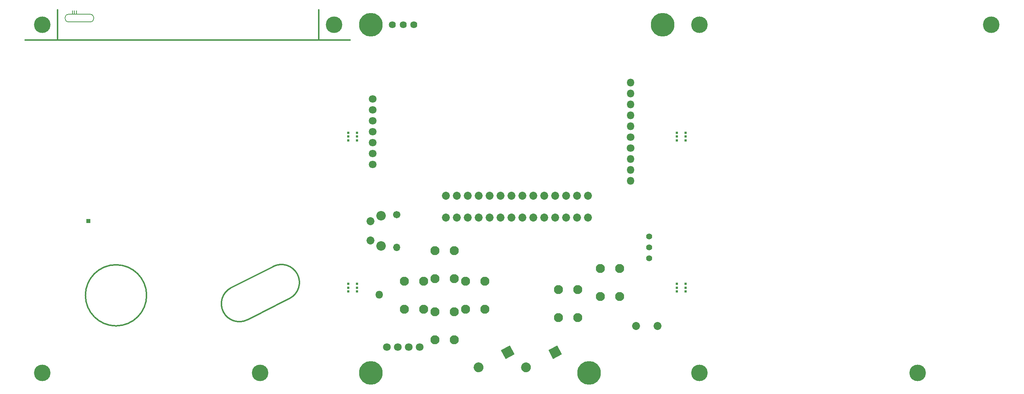
<source format=gbr>
G04 #@! TF.GenerationSoftware,KiCad,Pcbnew,(5.1.9-0-10_14)*
G04 #@! TF.CreationDate,2021-07-11T20:43:09-07:00*
G04 #@! TF.ProjectId,system,73797374-656d-42e6-9b69-6361645f7063,1.0-dev6*
G04 #@! TF.SameCoordinates,Original*
G04 #@! TF.FileFunction,Soldermask,Top*
G04 #@! TF.FilePolarity,Negative*
%FSLAX46Y46*%
G04 Gerber Fmt 4.6, Leading zero omitted, Abs format (unit mm)*
G04 Created by KiCad (PCBNEW (5.1.9-0-10_14)) date 2021-07-11 20:43:09*
%MOMM*%
%LPD*%
G01*
G04 APERTURE LIST*
%ADD10C,0.300000*%
%ADD11C,0.150000*%
%ADD12C,0.100000*%
%ADD13O,1.801600X1.801600*%
%ADD14C,1.801600*%
%ADD15C,1.851600*%
%ADD16C,2.101600*%
%ADD17C,3.851600*%
%ADD18C,1.401600*%
%ADD19C,0.609600*%
%ADD20C,5.501599*%
%ADD21C,5.501600*%
%ADD22C,1.701600*%
%ADD23O,1.701600X1.701600*%
%ADD24C,1.625600*%
%ADD25C,2.201600*%
G04 APERTURE END LIST*
D10*
X77141378Y-138760262D02*
G75*
G02*
X73281622Y-131345738I-1929878J3707262D01*
G01*
X83060622Y-126392738D02*
G75*
G02*
X86920378Y-133807262I1929878J-3707262D01*
G01*
X86920378Y-133807262D02*
X77141378Y-138760262D01*
X83060622Y-126392738D02*
X73281622Y-131345738D01*
D11*
X37395000Y-66865500D02*
X37395000Y-67691000D01*
X36895000Y-66865500D02*
X36895000Y-67691000D01*
X36395000Y-66865500D02*
X36395000Y-67691000D01*
X40513000Y-67691000D02*
G75*
G02*
X40513000Y-69469000I0J-889000D01*
G01*
X35560000Y-69469000D02*
G75*
G02*
X35560000Y-67691000I0J889000D01*
G01*
X35560000Y-67691000D02*
X40513000Y-67691000D01*
X40513000Y-69469000D02*
X35560000Y-69469000D01*
D10*
X93654500Y-66675000D02*
X93654500Y-73660000D01*
X32964500Y-66675000D02*
X32964500Y-73660000D01*
X25400000Y-73660000D02*
X100965000Y-73660000D01*
X53657500Y-133096000D02*
G75*
G03*
X53657500Y-133096000I-7112000J0D01*
G01*
X77141378Y-138760262D02*
G75*
G02*
X73281622Y-131345738I-1929878J3707262D01*
G01*
X83060622Y-126392738D02*
G75*
G02*
X86920378Y-133807262I1929878J-3707262D01*
G01*
X86920378Y-133807262D02*
X77141378Y-138760262D01*
X83060622Y-126392738D02*
X73281622Y-131345738D01*
D11*
X37395000Y-66865500D02*
X37395000Y-67691000D01*
X36895000Y-66865500D02*
X36895000Y-67691000D01*
X36395000Y-66865500D02*
X36395000Y-67691000D01*
X40513000Y-67691000D02*
G75*
G02*
X40513000Y-69469000I0J-889000D01*
G01*
X35560000Y-69469000D02*
G75*
G02*
X35560000Y-67691000I0J889000D01*
G01*
X35560000Y-67691000D02*
X40513000Y-67691000D01*
X40513000Y-69469000D02*
X35560000Y-69469000D01*
D10*
X93654500Y-66675000D02*
X93654500Y-73660000D01*
X32964500Y-66675000D02*
X32964500Y-73660000D01*
X25400000Y-73660000D02*
X100965000Y-73660000D01*
X53657500Y-133096000D02*
G75*
G03*
X53657500Y-133096000I-7112000J0D01*
G01*
D12*
G36*
X40556078Y-115323943D02*
G01*
X40557053Y-115324039D01*
X40566843Y-115325989D01*
X40567781Y-115326274D01*
X40576946Y-115330071D01*
X40577811Y-115330533D01*
X40586072Y-115336046D01*
X40586830Y-115336667D01*
X40593932Y-115343769D01*
X40594553Y-115344527D01*
X40600066Y-115352788D01*
X40600528Y-115353653D01*
X40604325Y-115362818D01*
X40604610Y-115363756D01*
X40606560Y-115373546D01*
X40606656Y-115374521D01*
X40606900Y-115379499D01*
X40606900Y-116230399D01*
X40606656Y-116235377D01*
X40606560Y-116236352D01*
X40604610Y-116246142D01*
X40604325Y-116247080D01*
X40600528Y-116256245D01*
X40600066Y-116257110D01*
X40594553Y-116265371D01*
X40593932Y-116266129D01*
X40586830Y-116273231D01*
X40586072Y-116273852D01*
X40577811Y-116279365D01*
X40576946Y-116279827D01*
X40567781Y-116283624D01*
X40566843Y-116283909D01*
X40557053Y-116285859D01*
X40556078Y-116285955D01*
X40551100Y-116286199D01*
X39712901Y-116286199D01*
X39707923Y-116285955D01*
X39706948Y-116285859D01*
X39697158Y-116283909D01*
X39696220Y-116283624D01*
X39687055Y-116279827D01*
X39686190Y-116279365D01*
X39677929Y-116273852D01*
X39677171Y-116273231D01*
X39670069Y-116266129D01*
X39669448Y-116265371D01*
X39663935Y-116257110D01*
X39663473Y-116256245D01*
X39659676Y-116247080D01*
X39659391Y-116246142D01*
X39657441Y-116236352D01*
X39657345Y-116235377D01*
X39657101Y-116230399D01*
X39657101Y-115379499D01*
X39657345Y-115374521D01*
X39657441Y-115373546D01*
X39659391Y-115363756D01*
X39659676Y-115362818D01*
X39663473Y-115353653D01*
X39663935Y-115352788D01*
X39669448Y-115344527D01*
X39670069Y-115343769D01*
X39677171Y-115336667D01*
X39677929Y-115336046D01*
X39686190Y-115330533D01*
X39687055Y-115330071D01*
X39696220Y-115326274D01*
X39697158Y-115325989D01*
X39706948Y-115324039D01*
X39707923Y-115323943D01*
X39712901Y-115323699D01*
X40551100Y-115323699D01*
X40556078Y-115323943D01*
G37*
D13*
X166116000Y-86106000D03*
X166116000Y-101346000D03*
X166116000Y-103886000D03*
X166116000Y-106426000D03*
X166116000Y-83566000D03*
D14*
X166116000Y-98806000D03*
D13*
X166116000Y-88646000D03*
X166116000Y-91186000D03*
X166116000Y-93726000D03*
D14*
X166116000Y-96266000D03*
D13*
X107696000Y-132969000D03*
G36*
G01*
X142851749Y-149328620D02*
X142851749Y-149328620D01*
G75*
G02*
X142362357Y-150880772I-1020772J-531380D01*
G01*
X142362357Y-150880772D01*
G75*
G02*
X140810205Y-150391380I-531380J1020772D01*
G01*
X140810205Y-150391380D01*
G75*
G02*
X141299597Y-148839228I1020772J531380D01*
G01*
X141299597Y-148839228D01*
G75*
G02*
X142851749Y-149328620I531380J-1020772D01*
G01*
G37*
G36*
G01*
X149102848Y-144834384D02*
X150118695Y-146785807D01*
G75*
G02*
X150097092Y-146854324I-45060J-23457D01*
G01*
X148145669Y-147870171D01*
G75*
G02*
X148077152Y-147848568I-23457J45060D01*
G01*
X147061305Y-145897145D01*
G75*
G02*
X147082908Y-145828628I45060J23457D01*
G01*
X149034331Y-144812781D01*
G75*
G02*
X149102848Y-144834384I23457J-45060D01*
G01*
G37*
G36*
G01*
X131830772Y-149328620D02*
X131830772Y-149328620D01*
G75*
G02*
X131341380Y-150880772I-1020772J-531380D01*
G01*
X131341380Y-150880772D01*
G75*
G02*
X129789228Y-150391380I-531380J1020772D01*
G01*
X129789228Y-150391380D01*
G75*
G02*
X130278620Y-148839228I1020772J531380D01*
G01*
X130278620Y-148839228D01*
G75*
G02*
X131830772Y-149328620I531380J-1020772D01*
G01*
G37*
G36*
G01*
X138081871Y-144834384D02*
X139097718Y-146785807D01*
G75*
G02*
X139076115Y-146854324I-45060J-23457D01*
G01*
X137124692Y-147870171D01*
G75*
G02*
X137056175Y-147848568I-23457J45060D01*
G01*
X136040328Y-145897145D01*
G75*
G02*
X136061931Y-145828628I45060J23457D01*
G01*
X138013354Y-144812781D01*
G75*
G02*
X138081871Y-144834384I23457J-45060D01*
G01*
G37*
D15*
X156210000Y-109920000D03*
X153670000Y-109920000D03*
X151130000Y-109920000D03*
X148590000Y-109920000D03*
X146050000Y-109920000D03*
X143510000Y-109920000D03*
X140970000Y-109920000D03*
X138430000Y-109920000D03*
X135890000Y-109920000D03*
X133350000Y-109920000D03*
X130810000Y-109920000D03*
X128270000Y-109920000D03*
X125730000Y-109920000D03*
X123190000Y-109920000D03*
X123190000Y-115000000D03*
X125730000Y-115000000D03*
X128270000Y-115000000D03*
X130810000Y-115000000D03*
X133350000Y-115000000D03*
X135890000Y-115000000D03*
X156210000Y-115000000D03*
X153670000Y-115000000D03*
X151130000Y-115000000D03*
X148590000Y-115000000D03*
X146050000Y-115000000D03*
X143510000Y-115000000D03*
X138430000Y-115000000D03*
X140970000Y-115000000D03*
D14*
X106200000Y-102616000D03*
X106200000Y-100076000D03*
X106200000Y-97536000D03*
X106200000Y-94996000D03*
X106200000Y-92456000D03*
X106200000Y-89916000D03*
X106200000Y-87376000D03*
D16*
X153852000Y-138303000D03*
X149352000Y-138303000D03*
X153852000Y-131803000D03*
X149352000Y-131803000D03*
X163631000Y-133350000D03*
X159131000Y-133350000D03*
X163631000Y-126850000D03*
X159131000Y-126850000D03*
X125186000Y-129234000D03*
X120686000Y-129234000D03*
X125186000Y-122734000D03*
X120686000Y-122734000D03*
X120686000Y-136958000D03*
X125186000Y-136958000D03*
X120686000Y-143458000D03*
X125186000Y-143458000D03*
X118074000Y-136346000D03*
X113574000Y-136346000D03*
X118074000Y-129846000D03*
X113574000Y-129846000D03*
X127798000Y-129846000D03*
X132298000Y-129846000D03*
X127798000Y-136346000D03*
X132298000Y-136346000D03*
D17*
X249999500Y-70104000D03*
X232854500Y-151130000D03*
X182181500Y-70104000D03*
X182181500Y-151130000D03*
D18*
X170434000Y-121920000D03*
X170434000Y-124460000D03*
X170434000Y-119380000D03*
D17*
X97218500Y-70104000D03*
X80073500Y-151130000D03*
X29400500Y-70104000D03*
X29400500Y-151130000D03*
D19*
X178911000Y-131318000D03*
X178911000Y-130429000D03*
X178911000Y-132207000D03*
X176879000Y-130429000D03*
X176879000Y-131318000D03*
X176879000Y-132207000D03*
X176879000Y-97028000D03*
X176879000Y-96139000D03*
X176879000Y-95250000D03*
X178911000Y-97028000D03*
X178911000Y-95250000D03*
X178911000Y-96139000D03*
X100489000Y-96139000D03*
X100489000Y-97028000D03*
X100489000Y-95250000D03*
X102521000Y-97028000D03*
X102521000Y-96139000D03*
X102521000Y-95250000D03*
X102521000Y-130429000D03*
X102521000Y-131318000D03*
X102521000Y-132207000D03*
X100489000Y-130429000D03*
X100489000Y-132207000D03*
X100489000Y-131318000D03*
D20*
X105791000Y-151130000D03*
X105791000Y-70104000D03*
X156464000Y-151130000D03*
D21*
X173609000Y-70104000D03*
D15*
X172426000Y-140208000D03*
X167426000Y-140208000D03*
D22*
X111760000Y-114300000D03*
D23*
X111760000Y-121920000D03*
D24*
X110794800Y-70104000D03*
X113284000Y-70104000D03*
X115773200Y-70104000D03*
D25*
X108154000Y-121584000D03*
D15*
X105664000Y-120324000D03*
X105664000Y-115824000D03*
D25*
X108154000Y-114574000D03*
D14*
X114554000Y-145161000D03*
X112014000Y-145161000D03*
X117094000Y-145161000D03*
X109474000Y-145161000D03*
D12*
G36*
X138059490Y-144787636D02*
G01*
X138060189Y-144788400D01*
X138613427Y-145851161D01*
X139122950Y-146829945D01*
X139122099Y-146832642D01*
X137080554Y-147895403D01*
X137078556Y-147895316D01*
X137077857Y-147894552D01*
X136524619Y-146831791D01*
X136015096Y-145853007D01*
X136015119Y-145852934D01*
X136019568Y-145852934D01*
X136528167Y-146829945D01*
X137080481Y-147890931D01*
X139118478Y-146830018D01*
X138609879Y-145853007D01*
X138057565Y-144792021D01*
X136019568Y-145852934D01*
X136015119Y-145852934D01*
X136015947Y-145850310D01*
X138057492Y-144787549D01*
X138059490Y-144787636D01*
G37*
G36*
X149080467Y-144787636D02*
G01*
X149081166Y-144788400D01*
X149634404Y-145851161D01*
X150143927Y-146829945D01*
X150143076Y-146832642D01*
X148101531Y-147895403D01*
X148099533Y-147895316D01*
X148098834Y-147894552D01*
X147545596Y-146831791D01*
X147036073Y-145853007D01*
X147036096Y-145852934D01*
X147040545Y-145852934D01*
X147549144Y-146829945D01*
X148101458Y-147890931D01*
X150139455Y-146830018D01*
X149630856Y-145853007D01*
X149078542Y-144792021D01*
X147040545Y-145852934D01*
X147036096Y-145852934D01*
X147036924Y-145850310D01*
X149078469Y-144787549D01*
X149080467Y-144787636D01*
G37*
M02*

</source>
